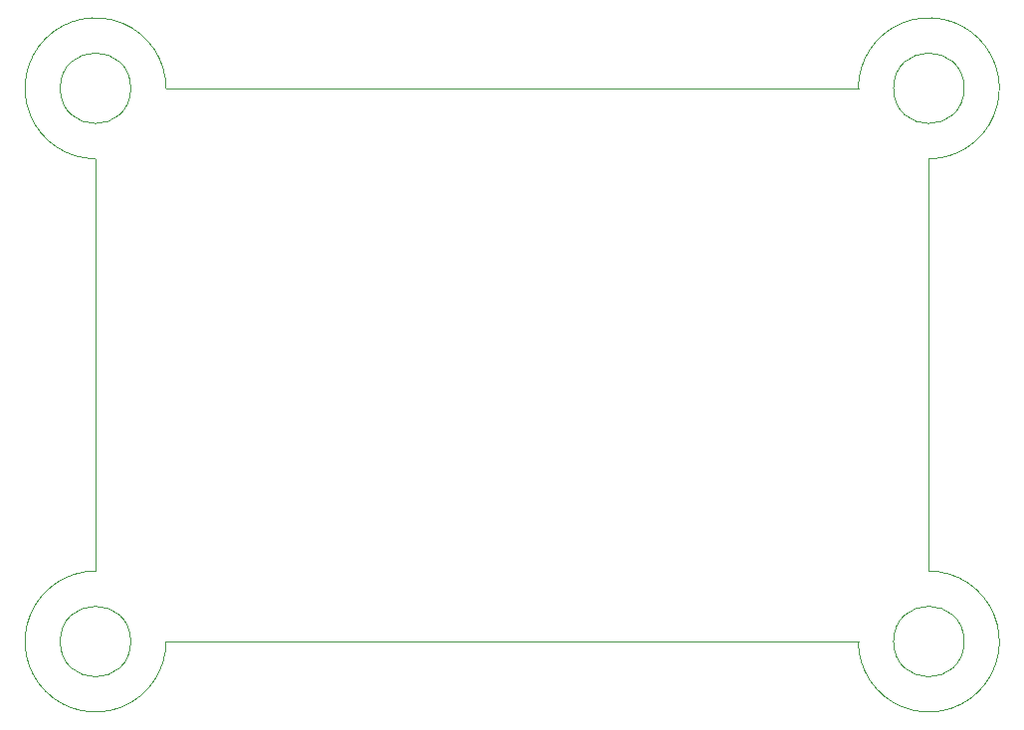
<source format=gbr>
%TF.GenerationSoftware,KiCad,Pcbnew,(6.0.4)*%
%TF.CreationDate,2023-01-30T14:26:25+01:00*%
%TF.ProjectId,Apollo - DSP,41706f6c-6c6f-4202-9d20-4453502e6b69,rev?*%
%TF.SameCoordinates,Original*%
%TF.FileFunction,Profile,NP*%
%FSLAX46Y46*%
G04 Gerber Fmt 4.6, Leading zero omitted, Abs format (unit mm)*
G04 Created by KiCad (PCBNEW (6.0.4)) date 2023-01-30 14:26:25*
%MOMM*%
%LPD*%
G01*
G04 APERTURE LIST*
%TA.AperFunction,Profile*%
%ADD10C,0.100000*%
%TD*%
G04 APERTURE END LIST*
D10*
X116800000Y-125200000D02*
G75*
G03*
X122800000Y-119200000I6000000J0D01*
G01*
X116800000Y-78100000D02*
X57900000Y-78100000D01*
X122800000Y-84100000D02*
G75*
G03*
X116800000Y-78100000I0J6000000D01*
G01*
X51900000Y-119200000D02*
X51900000Y-84100000D01*
X122800000Y-119200000D02*
X122800000Y-84100000D01*
X57900000Y-78100000D02*
G75*
G03*
X51900000Y-84100000I-6000000J0D01*
G01*
X54900000Y-78100000D02*
G75*
G03*
X54900000Y-78100000I-3000000J0D01*
G01*
X125800000Y-78100000D02*
G75*
G03*
X125800000Y-78100000I-3000000J0D01*
G01*
X54900000Y-125200000D02*
G75*
G03*
X54900000Y-125200000I-3000000J0D01*
G01*
X51900000Y-119200000D02*
G75*
G03*
X57900000Y-125200000I0J-6000000D01*
G01*
X125800000Y-125200000D02*
G75*
G03*
X125800000Y-125200000I-3000000J0D01*
G01*
X57900000Y-125200000D02*
X116800000Y-125200000D01*
M02*

</source>
